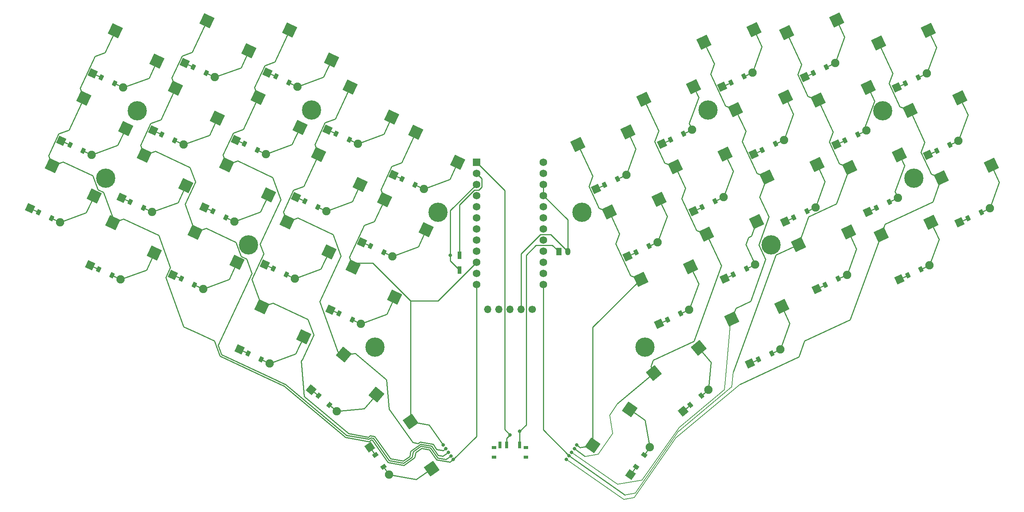
<source format=gbr>
%TF.GenerationSoftware,KiCad,Pcbnew,7.0.10*%
%TF.CreationDate,2024-01-18T08:47:23+01:00*%
%TF.ProjectId,turbo_go_2,74757262-6f5f-4676-9f5f-322e6b696361,v1.0.0*%
%TF.SameCoordinates,Original*%
%TF.FileFunction,Copper,L2,Bot*%
%TF.FilePolarity,Positive*%
%FSLAX46Y46*%
G04 Gerber Fmt 4.6, Leading zero omitted, Abs format (unit mm)*
G04 Created by KiCad (PCBNEW 7.0.10) date 2024-01-18 08:47:23*
%MOMM*%
%LPD*%
G01*
G04 APERTURE LIST*
G04 Aperture macros list*
%AMRotRect*
0 Rectangle, with rotation*
0 The origin of the aperture is its center*
0 $1 length*
0 $2 width*
0 $3 Rotation angle, in degrees counterclockwise*
0 Add horizontal line*
21,1,$1,$2,0,0,$3*%
G04 Aperture macros list end*
%TA.AperFunction,ComponentPad*%
%ADD10C,0.700000*%
%TD*%
%TA.AperFunction,ComponentPad*%
%ADD11C,4.400000*%
%TD*%
%TA.AperFunction,SMDPad,CuDef*%
%ADD12RotRect,2.600000X2.600000X25.000000*%
%TD*%
%TA.AperFunction,ComponentPad*%
%ADD13RotRect,1.778000X1.778000X335.000000*%
%TD*%
%TA.AperFunction,SMDPad,CuDef*%
%ADD14RotRect,0.900000X1.200000X335.000000*%
%TD*%
%TA.AperFunction,ComponentPad*%
%ADD15C,1.905000*%
%TD*%
%TA.AperFunction,SMDPad,CuDef*%
%ADD16RotRect,2.600000X2.600000X335.000000*%
%TD*%
%TA.AperFunction,ComponentPad*%
%ADD17RotRect,1.778000X1.778000X25.000000*%
%TD*%
%TA.AperFunction,SMDPad,CuDef*%
%ADD18RotRect,0.900000X1.200000X25.000000*%
%TD*%
%TA.AperFunction,ComponentPad*%
%ADD19R,1.752600X1.752600*%
%TD*%
%TA.AperFunction,ComponentPad*%
%ADD20C,1.752600*%
%TD*%
%TA.AperFunction,SMDPad,CuDef*%
%ADD21R,0.900000X1.700000*%
%TD*%
%TA.AperFunction,SMDPad,CuDef*%
%ADD22RotRect,2.600000X2.600000X40.000000*%
%TD*%
%TA.AperFunction,ComponentPad*%
%ADD23RotRect,1.778000X1.778000X305.000000*%
%TD*%
%TA.AperFunction,SMDPad,CuDef*%
%ADD24RotRect,0.900000X1.200000X305.000000*%
%TD*%
%TA.AperFunction,ComponentPad*%
%ADD25O,1.700000X1.700000*%
%TD*%
%TA.AperFunction,ComponentPad*%
%ADD26C,1.700000*%
%TD*%
%TA.AperFunction,SMDPad,CuDef*%
%ADD27RotRect,2.600000X2.600000X305.000000*%
%TD*%
%TA.AperFunction,SMDPad,CuDef*%
%ADD28RotRect,2.600000X2.600000X55.000000*%
%TD*%
%TA.AperFunction,ComponentPad*%
%ADD29R,1.200000X1.700000*%
%TD*%
%TA.AperFunction,ComponentPad*%
%ADD30O,1.200000X1.700000*%
%TD*%
%TA.AperFunction,SMDPad,CuDef*%
%ADD31RotRect,2.600000X2.600000X320.000000*%
%TD*%
%TA.AperFunction,ComponentPad*%
%ADD32RotRect,1.778000X1.778000X320.000000*%
%TD*%
%TA.AperFunction,SMDPad,CuDef*%
%ADD33RotRect,0.900000X1.200000X320.000000*%
%TD*%
%TA.AperFunction,ComponentPad*%
%ADD34RotRect,1.778000X1.778000X55.000000*%
%TD*%
%TA.AperFunction,SMDPad,CuDef*%
%ADD35RotRect,0.900000X1.200000X55.000000*%
%TD*%
%TA.AperFunction,SMDPad,CuDef*%
%ADD36R,1.000000X0.800000*%
%TD*%
%TA.AperFunction,SMDPad,CuDef*%
%ADD37R,0.700000X1.500000*%
%TD*%
%TA.AperFunction,ComponentPad*%
%ADD38RotRect,1.778000X1.778000X40.000000*%
%TD*%
%TA.AperFunction,SMDPad,CuDef*%
%ADD39RotRect,0.900000X1.200000X40.000000*%
%TD*%
%TA.AperFunction,ViaPad*%
%ADD40C,0.800000*%
%TD*%
%TA.AperFunction,Conductor*%
%ADD41C,0.250000*%
%TD*%
%TA.AperFunction,Conductor*%
%ADD42C,0.200000*%
%TD*%
G04 APERTURE END LIST*
D10*
%TO.P,_5,1*%
%TO.N,N/C*%
X142209773Y-124661613D03*
X143140848Y-123808440D03*
X142154688Y-125923266D03*
X144402501Y-123863525D03*
D11*
X143705181Y-125358933D03*
D10*
X143007861Y-126854341D03*
X145255674Y-124794600D03*
X144269514Y-126909426D03*
X145200589Y-126056253D03*
%TD*%
D12*
%TO.P,S44,1*%
%TO.N,P10*%
X244884235Y-130524696D03*
%TO.P,S44,2*%
%TO.N,mirror_ring_mod*%
X256281850Y-127637333D03*
%TD*%
D13*
%TO.P,D9,1*%
%TO.N,P18*%
X90382003Y-124216557D03*
D14*
X92339628Y-125129413D03*
%TO.P,D9,2*%
%TO.N,middle_bottom*%
X95330444Y-126524053D03*
D15*
X97288069Y-127436909D03*
%TD*%
D10*
%TO.P,_4,1*%
%TO.N,N/C*%
X99017231Y-132105052D03*
X99948306Y-131251879D03*
X98962146Y-133366705D03*
X101209959Y-131306964D03*
D11*
X100512639Y-132802372D03*
D10*
X99815319Y-134297780D03*
X102063132Y-132238039D03*
X101076972Y-134352865D03*
X102008047Y-133499692D03*
%TD*%
D16*
%TO.P,S10,1*%
%TO.N,P16*%
X102679062Y-99111354D03*
%TO.P,S10,2*%
%TO.N,middle_home*%
X112217156Y-105986472D03*
%TD*%
D17*
%TO.P,D23,1*%
%TO.N,P4*%
X248435835Y-96815416D03*
D18*
X250393460Y-95902560D03*
%TO.P,D23,2*%
%TO.N,mirror_pinky_top*%
X253384276Y-94507920D03*
D15*
X255341901Y-93595064D03*
%TD*%
D16*
%TO.P,S5,1*%
%TO.N,P9*%
X76645297Y-112349301D03*
%TO.P,S5,2*%
%TO.N,ring_bottom*%
X86183391Y-119224419D03*
%TD*%
%TO.P,S4,1*%
%TO.N,P10*%
X69460793Y-127756541D03*
%TO.P,S4,2*%
%TO.N,ring_mod*%
X78998887Y-134631659D03*
%TD*%
D12*
%TO.P,S23,1*%
%TO.N,P10*%
X244293036Y-86665250D03*
%TO.P,S23,2*%
%TO.N,mirror_pinky_top*%
X255690651Y-83777887D03*
%TD*%
%TO.P,S56,1*%
%TO.N,P14*%
X182842442Y-125250534D03*
%TO.P,S56,2*%
%TO.N,mirror_inner_home*%
X194240057Y-122363171D03*
%TD*%
D10*
%TO.P,_2,1*%
%TO.N,N/C*%
X66390154Y-116890794D03*
X67321229Y-116037621D03*
X66335069Y-118152447D03*
X68582882Y-116092706D03*
D11*
X67885562Y-117588114D03*
D10*
X67188242Y-119083522D03*
X69436055Y-117023781D03*
X68449895Y-119138607D03*
X69380970Y-118285434D03*
%TD*%
D17*
%TO.P,D51,1*%
%TO.N,P4*%
X208624239Y-96622443D03*
D18*
X210581864Y-95709587D03*
%TO.P,D51,2*%
%TO.N,mirror_middle_top*%
X213572680Y-94314947D03*
D15*
X215530305Y-93402091D03*
%TD*%
D17*
%TO.P,D46,1*%
%TO.N,P5*%
X234658006Y-109860394D03*
D18*
X236615631Y-108947538D03*
%TO.P,D46,2*%
%TO.N,mirror_ring_home*%
X239606447Y-107552898D03*
D15*
X241564072Y-106640042D03*
%TD*%
D16*
%TO.P,S6,1*%
%TO.N,P9*%
X83829816Y-96942070D03*
%TO.P,S6,2*%
%TO.N,ring_home*%
X93367910Y-103817188D03*
%TD*%
D17*
%TO.P,D47,1*%
%TO.N,P4*%
X227473487Y-94453158D03*
D18*
X229431112Y-93540302D03*
%TO.P,D47,2*%
%TO.N,mirror_ring_top*%
X232421928Y-92145662D03*
D15*
X234379553Y-91232806D03*
%TD*%
D16*
%TO.P,S73,1*%
%TO.N,P8*%
X116456895Y-112156329D03*
%TO.P,S73,2*%
%TO.N,index_home*%
X125994989Y-119031447D03*
%TD*%
D17*
%TO.P,D41,1*%
%TO.N,P6*%
X262804852Y-127629890D03*
D18*
X264762477Y-126717034D03*
%TO.P,D41,2*%
%TO.N,mirror_pinky_bottom*%
X267753293Y-125322394D03*
D15*
X269710918Y-124409538D03*
%TD*%
D10*
%TO.P,_12,1*%
%TO.N,N/C*%
X189449768Y-156870728D03*
X189394683Y-155609075D03*
X190380843Y-157723901D03*
X190247856Y-154678000D03*
D11*
X190945176Y-156173408D03*
D10*
X191642496Y-157668816D03*
X191509509Y-154622915D03*
X192495669Y-156737741D03*
X192440584Y-155476088D03*
%TD*%
D12*
%TO.P,S27,1*%
%TO.N,P9*%
X223330694Y-84302991D03*
%TO.P,S27,2*%
%TO.N,mirror_ring_top*%
X234728309Y-81415628D03*
%TD*%
D10*
%TO.P,_6,1*%
%TO.N,N/C*%
X127840751Y-155476085D03*
X128771826Y-154622912D03*
X127785666Y-156737738D03*
X130033479Y-154677997D03*
D11*
X129336159Y-156173405D03*
D10*
X128638839Y-157668813D03*
X130886652Y-155609072D03*
X129900492Y-157723898D03*
X130831567Y-156870725D03*
%TD*%
D17*
%TO.P,D32,1*%
%TO.N,P6*%
X209215425Y-140481884D03*
D18*
X211173050Y-139569028D03*
%TO.P,D32,2*%
%TO.N,mirror_index_bottom*%
X214163866Y-138174388D03*
D15*
X216121491Y-137261532D03*
%TD*%
D10*
%TO.P,_3,1*%
%TO.N,N/C*%
X113386250Y-101290589D03*
X114317325Y-100437416D03*
X113331165Y-102552242D03*
X115578978Y-100492501D03*
D11*
X114881658Y-101987909D03*
D10*
X114184338Y-103483317D03*
X116432151Y-101423576D03*
X115445991Y-103538402D03*
X116377066Y-102685229D03*
%TD*%
D12*
%TO.P,S53,1*%
%TO.N,P8*%
X197888131Y-114924474D03*
%TO.P,S53,2*%
%TO.N,mirror_index_home*%
X209285746Y-112037111D03*
%TD*%
D19*
%TO.P,MCU1,1*%
%TO.N,RAW*%
X152520659Y-113881757D03*
D20*
%TO.P,MCU1,2*%
%TO.N,GND*%
X152520659Y-116421757D03*
%TO.P,MCU1,3*%
%TO.N,RST*%
X152520659Y-118961757D03*
%TO.P,MCU1,4*%
%TO.N,VCC*%
X152520659Y-121501757D03*
%TO.P,MCU1,5*%
%TO.N,P21*%
X152520659Y-124041757D03*
%TO.P,MCU1,6*%
%TO.N,P20*%
X152520659Y-126581757D03*
%TO.P,MCU1,7*%
%TO.N,P19*%
X152520659Y-129121757D03*
%TO.P,MCU1,8*%
%TO.N,P18*%
X152520659Y-131661757D03*
%TO.P,MCU1,9*%
%TO.N,P15*%
X152520659Y-134201757D03*
%TO.P,MCU1,10*%
%TO.N,P14*%
X152520659Y-136741757D03*
%TO.P,MCU1,11*%
%TO.N,P16*%
X152520659Y-139281757D03*
%TO.P,MCU1,12*%
%TO.N,P10*%
X152520659Y-141821757D03*
%TO.P,MCU1,13*%
%TO.N,P1*%
X167760659Y-113881757D03*
%TO.P,MCU1,14*%
%TO.N,P0*%
X167760659Y-116421757D03*
%TO.P,MCU1,15*%
%TO.N,GND*%
X167760659Y-118961757D03*
%TO.P,MCU1,16*%
X167760659Y-121501757D03*
%TO.P,MCU1,17*%
%TO.N,P2*%
X167760659Y-124041757D03*
%TO.P,MCU1,18*%
%TO.N,P3*%
X167760659Y-126581757D03*
%TO.P,MCU1,19*%
%TO.N,P4*%
X167760659Y-129121757D03*
%TO.P,MCU1,20*%
%TO.N,P5*%
X167760659Y-131661757D03*
%TO.P,MCU1,21*%
%TO.N,P6*%
X167760659Y-134201757D03*
%TO.P,MCU1,22*%
%TO.N,P7*%
X167760659Y-136741757D03*
%TO.P,MCU1,23*%
%TO.N,P8*%
X167760659Y-139281757D03*
%TO.P,MCU1,24*%
%TO.N,P9*%
X167760659Y-141821757D03*
%TD*%
D13*
%TO.P,D14,1*%
%TO.N,P20*%
X118528853Y-106447062D03*
D14*
X120486478Y-107359918D03*
%TO.P,D14,2*%
%TO.N,index_top*%
X123477294Y-108754558D03*
D15*
X125434919Y-109667414D03*
%TD*%
D21*
%TO.P,,1*%
%TO.N,RST*%
X148640664Y-138551757D03*
%TO.P,,2*%
%TO.N,GND*%
X148640664Y-135151757D03*
%TD*%
D12*
%TO.P,S55,1*%
%TO.N,P14*%
X190026949Y-140657760D03*
%TO.P,S55,2*%
%TO.N,mirror_inner_bottom*%
X201424564Y-137770397D03*
%TD*%
D22*
%TO.P,S39,1*%
%TO.N,P8*%
X193032816Y-162062235D03*
%TO.P,S39,2*%
%TO.N,mirror_home_cluster*%
X203294762Y-156323336D03*
%TD*%
D23*
%TO.P,D20,1*%
%TO.N,P15*%
X128189722Y-179055414D03*
D24*
X129428647Y-180824782D03*
%TO.P,D20,2*%
%TO.N,far_cluster*%
X131321449Y-183527984D03*
D15*
X132560374Y-185297352D03*
%TD*%
D13*
%TO.P,D15,1*%
%TO.N,P18*%
X119205520Y-147587586D03*
D14*
X121163145Y-148500442D03*
%TO.P,D15,2*%
%TO.N,inner_bottom*%
X124153961Y-149895082D03*
D15*
X126111586Y-150807938D03*
%TD*%
D16*
%TO.P,S18,1*%
%TO.N,P16*%
X103538941Y-146957574D03*
%TO.P,S18,2*%
%TO.N,near_cluster*%
X113077035Y-153832692D03*
%TD*%
D13*
%TO.P,D64,1*%
%TO.N,P15*%
X64348247Y-137454510D03*
D14*
X66305872Y-138367366D03*
%TO.P,D64,2*%
%TO.N,ring_mod*%
X69296688Y-139762006D03*
D15*
X71254313Y-140674862D03*
%TD*%
D12*
%TO.P,S46,1*%
%TO.N,P9*%
X230515206Y-99710219D03*
%TO.P,S46,2*%
%TO.N,mirror_ring_home*%
X241912821Y-96822856D03*
%TD*%
D10*
%TO.P,_10,1*%
%TO.N,N/C*%
X218273287Y-133499694D03*
X218218202Y-132238041D03*
X219204362Y-134352867D03*
X219071375Y-131306966D03*
D11*
X219768695Y-132802374D03*
D10*
X220466015Y-134297782D03*
X220333028Y-131251881D03*
X221319188Y-133366707D03*
X221264103Y-132105054D03*
%TD*%
D13*
%TO.P,D71,1*%
%TO.N,P20*%
X104751029Y-93402083D03*
D14*
X106708654Y-94314939D03*
%TO.P,D71,2*%
%TO.N,middle_top*%
X109699470Y-95709579D03*
D15*
X111657095Y-96622435D03*
%TD*%
D16*
%TO.P,S74,1*%
%TO.N,P8*%
X123641397Y-96749099D03*
%TO.P,S74,2*%
%TO.N,index_top*%
X133179491Y-103624217D03*
%TD*%
D25*
%TO.P,DISP1,1*%
%TO.N,P2*%
X155060664Y-147551749D03*
%TO.P,DISP1,2*%
%TO.N,P3*%
X157600664Y-147551749D03*
%TO.P,DISP1,3*%
%TO.N,VCC*%
X160140664Y-147551749D03*
%TO.P,DISP1,4*%
%TO.N,GND*%
X162680664Y-147551749D03*
D26*
%TO.P,DISP1,5*%
%TO.N,CS*%
X165220664Y-147551749D03*
%TD*%
D17*
%TO.P,D38,1*%
%TO.N,P7*%
X214948874Y-159875893D03*
D18*
X216906499Y-158963037D03*
%TO.P,D38,2*%
%TO.N,mirror_near_cluster*%
X219897315Y-157568397D03*
D15*
X221854940Y-156655541D03*
%TD*%
D16*
%TO.P,S72,1*%
%TO.N,P8*%
X109272380Y-127563560D03*
%TO.P,S72,2*%
%TO.N,index_bottom*%
X118810474Y-134438678D03*
%TD*%
D10*
%TO.P,_11,1*%
%TO.N,N/C*%
X175080742Y-126056259D03*
X175025657Y-124794606D03*
X176011817Y-126909432D03*
X175878830Y-123863531D03*
D11*
X176576150Y-125358939D03*
D10*
X177273470Y-126854347D03*
X177140483Y-123808446D03*
X178126643Y-125923272D03*
X178071558Y-124661619D03*
%TD*%
D17*
%TO.P,D22,1*%
%TO.N,P5*%
X255620345Y-112222654D03*
D18*
X257577970Y-111309798D03*
%TO.P,D22,2*%
%TO.N,mirror_pinky_home*%
X260568786Y-109915158D03*
D15*
X262526411Y-109002302D03*
%TD*%
D17*
%TO.P,D50,1*%
%TO.N,P5*%
X215808756Y-112029680D03*
D18*
X217766381Y-111116824D03*
%TO.P,D50,2*%
%TO.N,mirror_middle_home*%
X220757197Y-109722184D03*
D15*
X222714822Y-108809328D03*
%TD*%
D10*
%TO.P,_1,1*%
%TO.N,N/C*%
X73574671Y-101483561D03*
X74505746Y-100630388D03*
X73519586Y-102745214D03*
X75767399Y-100685473D03*
D11*
X75070079Y-102180881D03*
D10*
X74372759Y-103676289D03*
X76620572Y-101616548D03*
X75634412Y-103731374D03*
X76565487Y-102878201D03*
%TD*%
D27*
%TO.P,S80,1*%
%TO.N,P14*%
X137466307Y-173213005D03*
%TO.P,S80,2*%
%TO.N,far_cluster*%
X142288980Y-183936080D03*
%TD*%
D17*
%TO.P,D44,1*%
%TO.N,P7*%
X249027026Y-140674860D03*
D18*
X250984651Y-139762004D03*
%TO.P,D44,2*%
%TO.N,mirror_ring_mod*%
X253975467Y-138367364D03*
D15*
X255933092Y-137454508D03*
%TD*%
D12*
%TO.P,S48,1*%
%TO.N,P9*%
X226034979Y-132693967D03*
%TO.P,S48,2*%
%TO.N,mirror_middle_mod*%
X237432594Y-129806604D03*
%TD*%
D13*
%TO.P,D78,1*%
%TO.N,P15*%
X98426389Y-156655541D03*
D14*
X100384014Y-157568397D03*
%TO.P,D78,2*%
%TO.N,near_cluster*%
X103374830Y-158963037D03*
D15*
X105332455Y-159875893D03*
%TD*%
D16*
%TO.P,S67,1*%
%TO.N,P9*%
X91014309Y-81534842D03*
%TO.P,S67,2*%
%TO.N,ring_top*%
X100552403Y-88409960D03*
%TD*%
%TO.P,S3,1*%
%TO.N,P10*%
X70051968Y-83897098D03*
%TO.P,S3,2*%
%TO.N,pinky_top*%
X79590062Y-90772216D03*
%TD*%
D12*
%TO.P,S31,1*%
%TO.N,P16*%
X204481446Y-86472272D03*
%TO.P,S31,2*%
%TO.N,mirror_middle_top*%
X215879061Y-83584909D03*
%TD*%
D17*
%TO.P,D49,1*%
%TO.N,P6*%
X222993264Y-127436908D03*
D18*
X224950889Y-126524052D03*
%TO.P,D49,2*%
%TO.N,mirror_middle_bottom*%
X227941705Y-125129412D03*
D15*
X229899330Y-124216556D03*
%TD*%
D12*
%TO.P,S58,1*%
%TO.N,P16*%
X210806079Y-149725728D03*
%TO.P,S58,2*%
%TO.N,mirror_near_cluster*%
X222203694Y-146838365D03*
%TD*%
%TO.P,S45,1*%
%TO.N,P9*%
X237699713Y-115117454D03*
%TO.P,S45,2*%
%TO.N,mirror_ring_bottom*%
X249097328Y-112230091D03*
%TD*%
D10*
%TO.P,_8,1*%
%TO.N,N/C*%
X250900361Y-118285426D03*
X250845276Y-117023773D03*
X251831436Y-119138599D03*
X251698449Y-116092698D03*
D11*
X252395769Y-117588106D03*
D10*
X253093089Y-119083514D03*
X252960102Y-116037613D03*
X253946262Y-118152439D03*
X253891177Y-116890786D03*
%TD*%
D17*
%TO.P,D33,1*%
%TO.N,P5*%
X202030912Y-125074647D03*
D18*
X203988537Y-124161791D03*
%TO.P,D33,2*%
%TO.N,mirror_index_home*%
X206979353Y-122767151D03*
D15*
X208936978Y-121854295D03*
%TD*%
D12*
%TO.P,S32,1*%
%TO.N,P8*%
X205072638Y-130331707D03*
%TO.P,S32,2*%
%TO.N,mirror_index_bottom*%
X216470253Y-127444344D03*
%TD*%
D28*
%TO.P,S60,1*%
%TO.N,P14*%
X179058106Y-178578450D03*
%TO.P,S60,2*%
%TO.N,mirror_far_cluster*%
X187485048Y-170379112D03*
%TD*%
D13*
%TO.P,D70,1*%
%TO.N,P19*%
X97566520Y-108809324D03*
D14*
X99524145Y-109722180D03*
%TO.P,D70,2*%
%TO.N,middle_home*%
X102514961Y-111116820D03*
D15*
X104472586Y-112029676D03*
%TD*%
D12*
%TO.P,S57,1*%
%TO.N,P14*%
X175657934Y-109843303D03*
%TO.P,S57,2*%
%TO.N,mirror_inner_top*%
X187055549Y-106955940D03*
%TD*%
D16*
%TO.P,S71,1*%
%TO.N,P16*%
X109863563Y-83704120D03*
%TO.P,S71,2*%
%TO.N,middle_top*%
X119401657Y-90579238D03*
%TD*%
D17*
%TO.P,D37,1*%
%TO.N,P4*%
X179800724Y-119993471D03*
D18*
X181758349Y-119080615D03*
%TO.P,D37,2*%
%TO.N,mirror_inner_top*%
X184749165Y-117685975D03*
D15*
X186706790Y-116773119D03*
%TD*%
D13*
%TO.P,D61,1*%
%TO.N,P18*%
X50570422Y-124409534D03*
D14*
X52528047Y-125322390D03*
%TO.P,D61,2*%
%TO.N,pinky_bottom*%
X55518863Y-126717030D03*
D15*
X57476488Y-127629886D03*
%TD*%
D17*
%TO.P,D28,1*%
%TO.N,P7*%
X230177770Y-142844149D03*
D18*
X232135395Y-141931293D03*
%TO.P,D28,2*%
%TO.N,mirror_middle_mod*%
X235126211Y-140536653D03*
D15*
X237083836Y-139623797D03*
%TD*%
D16*
%TO.P,S2,1*%
%TO.N,P10*%
X62867470Y-99304328D03*
%TO.P,S2,2*%
%TO.N,pinky_home*%
X72405564Y-106179446D03*
%TD*%
D13*
%TO.P,D65,1*%
%TO.N,P18*%
X71532755Y-122047277D03*
D14*
X73490380Y-122960133D03*
%TO.P,D65,2*%
%TO.N,ring_bottom*%
X76481196Y-124354773D03*
D15*
X78438821Y-125267629D03*
%TD*%
D16*
%TO.P,S8,1*%
%TO.N,P9*%
X88310042Y-129925818D03*
%TO.P,S8,2*%
%TO.N,middle_mod*%
X97848136Y-136800936D03*
%TD*%
D12*
%TO.P,S34,1*%
%TO.N,P8*%
X190703619Y-99517239D03*
%TO.P,S34,2*%
%TO.N,mirror_index_top*%
X202101234Y-96629876D03*
%TD*%
D29*
%TO.P,JST1,1*%
%TO.N,pos*%
X171340664Y-134351753D03*
D30*
%TO.P,JST1,2*%
%TO.N,GND*%
X173340664Y-134351753D03*
%TD*%
D13*
%TO.P,D16,1*%
%TO.N,P19*%
X126390037Y-132180353D03*
D14*
X128347662Y-133093209D03*
%TO.P,D16,2*%
%TO.N,inner_home*%
X131338478Y-134487849D03*
D15*
X133296103Y-135400705D03*
%TD*%
D13*
%TO.P,D67,1*%
%TO.N,P20*%
X85901780Y-91232811D03*
D14*
X87859405Y-92145667D03*
%TO.P,D67,2*%
%TO.N,ring_top*%
X90850221Y-93540307D03*
D15*
X92807846Y-94453163D03*
%TD*%
D16*
%TO.P,S68,1*%
%TO.N,P9*%
X88310042Y-129925818D03*
%TO.P,S68,2*%
%TO.N,middle_mod*%
X97848136Y-136800936D03*
%TD*%
D13*
%TO.P,D62,1*%
%TO.N,P19*%
X57754933Y-109002291D03*
D14*
X59712558Y-109915147D03*
%TO.P,D62,2*%
%TO.N,pinky_home*%
X62703374Y-111309787D03*
D15*
X64660999Y-112222643D03*
%TD*%
D16*
%TO.P,S15,1*%
%TO.N,P14*%
X124318064Y-137889613D03*
%TO.P,S15,2*%
%TO.N,inner_bottom*%
X133856158Y-144764731D03*
%TD*%
%TO.P,S77,1*%
%TO.N,P14*%
X138687089Y-107075154D03*
%TO.P,S77,2*%
%TO.N,inner_top*%
X148225183Y-113950272D03*
%TD*%
D12*
%TO.P,S41,1*%
%TO.N,P10*%
X258662063Y-117479719D03*
%TO.P,S41,2*%
%TO.N,mirror_pinky_bottom*%
X270059678Y-114592356D03*
%TD*%
D13*
%TO.P,D13,1*%
%TO.N,P19*%
X111344353Y-121854304D03*
D14*
X113301978Y-122767160D03*
%TO.P,D13,2*%
%TO.N,index_home*%
X116292794Y-124161800D03*
D15*
X118250419Y-125074656D03*
%TD*%
D16*
%TO.P,S9,1*%
%TO.N,P16*%
X95494546Y-114518589D03*
%TO.P,S9,2*%
%TO.N,middle_bottom*%
X105032640Y-121393707D03*
%TD*%
D12*
%TO.P,S42,1*%
%TO.N,P10*%
X251477542Y-102072476D03*
%TO.P,S42,2*%
%TO.N,mirror_pinky_home*%
X262875157Y-99185113D03*
%TD*%
D31*
%TO.P,S19,1*%
%TO.N,P8*%
X122230921Y-157851972D03*
%TO.P,S19,2*%
%TO.N,home_cluster*%
X129664601Y-166961467D03*
%TD*%
D17*
%TO.P,D55,1*%
%TO.N,P6*%
X194169745Y-150807937D03*
D18*
X196127370Y-149895081D03*
%TO.P,D55,2*%
%TO.N,mirror_inner_bottom*%
X199118186Y-148500441D03*
D15*
X201075811Y-147587585D03*
%TD*%
D32*
%TO.P,D79,1*%
%TO.N,P15*%
X114782559Y-165896266D03*
D33*
X116437215Y-167284687D03*
%TO.P,D79,2*%
%TO.N,home_cluster*%
X118965161Y-169405887D03*
D15*
X120619817Y-170794308D03*
%TD*%
D12*
%TO.P,S29,1*%
%TO.N,P16*%
X218850464Y-117286731D03*
%TO.P,S29,2*%
%TO.N,mirror_middle_bottom*%
X230248079Y-114399368D03*
%TD*%
D13*
%TO.P,D77,1*%
%TO.N,P20*%
X133574543Y-116773116D03*
D14*
X135532168Y-117685972D03*
%TO.P,D77,2*%
%TO.N,inner_top*%
X138522984Y-119080612D03*
D15*
X140480609Y-119993468D03*
%TD*%
D32*
%TO.P,D19,1*%
%TO.N,P15*%
X114782559Y-165896266D03*
D33*
X116437215Y-167284687D03*
%TO.P,D19,2*%
%TO.N,home_cluster*%
X118965161Y-169405887D03*
D15*
X120619817Y-170794308D03*
%TD*%
D10*
%TO.P,_7,1*%
%TO.N,N/C*%
X243715850Y-102878197D03*
X243660765Y-101616544D03*
X244646925Y-103731370D03*
X244513938Y-100685469D03*
D11*
X245211258Y-102180877D03*
D10*
X245908578Y-103676285D03*
X245775591Y-100630384D03*
X246761751Y-102745210D03*
X246706666Y-101483557D03*
%TD*%
D34*
%TO.P,D60,1*%
%TO.N,P7*%
X187720954Y-185297358D03*
D35*
X188959879Y-183527990D03*
%TO.P,D60,2*%
%TO.N,mirror_far_cluster*%
X190852681Y-180824788D03*
D15*
X192091606Y-179055420D03*
%TD*%
D17*
%TO.P,D25,1*%
%TO.N,P6*%
X241842513Y-125267628D03*
D18*
X243800138Y-124354772D03*
%TO.P,D25,2*%
%TO.N,mirror_ring_bottom*%
X246790954Y-122960132D03*
D15*
X248748579Y-122047276D03*
%TD*%
D13*
%TO.P,D3,1*%
%TO.N,P20*%
X64939442Y-93595066D03*
D14*
X66897067Y-94507922D03*
%TO.P,D3,2*%
%TO.N,pinky_top*%
X69887883Y-95902562D03*
D15*
X71845508Y-96815418D03*
%TD*%
D17*
%TO.P,D54,1*%
%TO.N,P4*%
X194846413Y-109667415D03*
D18*
X196804038Y-108754559D03*
%TO.P,D54,2*%
%TO.N,mirror_index_top*%
X199794854Y-107359919D03*
D15*
X201752479Y-106447063D03*
%TD*%
D12*
%TO.P,S52,1*%
%TO.N,P8*%
X205072638Y-130331707D03*
%TO.P,S52,2*%
%TO.N,mirror_index_bottom*%
X216470253Y-127444344D03*
%TD*%
D13*
%TO.P,D12,1*%
%TO.N,P18*%
X104159838Y-137261531D03*
D14*
X106117463Y-138174387D03*
%TO.P,D12,2*%
%TO.N,index_bottom*%
X109108279Y-139569027D03*
D15*
X111065904Y-140481883D03*
%TD*%
D17*
%TO.P,D56,1*%
%TO.N,P5*%
X186985235Y-135400710D03*
D18*
X188942860Y-134487854D03*
%TO.P,D56,2*%
%TO.N,mirror_inner_home*%
X191933676Y-133093214D03*
D15*
X193891301Y-132180358D03*
%TD*%
D16*
%TO.P,S61,1*%
%TO.N,P10*%
X55682963Y-114711558D03*
%TO.P,S61,2*%
%TO.N,pinky_bottom*%
X65221057Y-121586676D03*
%TD*%
D12*
%TO.P,S30,1*%
%TO.N,P16*%
X211665956Y-101879501D03*
%TO.P,S30,2*%
%TO.N,mirror_middle_home*%
X223063571Y-98992138D03*
%TD*%
D36*
%TO.P,,*%
%TO.N,*%
X156490670Y-179128508D03*
X156490670Y-181338508D03*
X163790670Y-179128508D03*
X163790670Y-181338508D03*
D37*
%TO.P,,1*%
%TO.N,pos*%
X162390670Y-178478508D03*
%TO.P,,2*%
%TO.N,RAW*%
X159390670Y-178478508D03*
%TO.P,,3*%
%TO.N,N/C*%
X157890670Y-178478508D03*
%TD*%
D16*
%TO.P,S16,1*%
%TO.N,P14*%
X131502570Y-122482388D03*
%TO.P,S16,2*%
%TO.N,inner_home*%
X141040664Y-129357506D03*
%TD*%
D10*
%TO.P,_9,1*%
%TO.N,N/C*%
X203904256Y-102685236D03*
X203849171Y-101423583D03*
X204835331Y-103538409D03*
X204702344Y-100492508D03*
D11*
X205399664Y-101987916D03*
D10*
X206096984Y-103483324D03*
X205963997Y-100437423D03*
X206950157Y-102552249D03*
X206895072Y-101290596D03*
%TD*%
D13*
%TO.P,D66,1*%
%TO.N,P19*%
X78717267Y-106640044D03*
D14*
X80674892Y-107552900D03*
%TO.P,D66,2*%
%TO.N,ring_home*%
X83665708Y-108947540D03*
D15*
X85623333Y-109860396D03*
%TD*%
D17*
%TO.P,D34,1*%
%TO.N,P4*%
X194846413Y-109667415D03*
D18*
X196804038Y-108754559D03*
%TO.P,D34,2*%
%TO.N,mirror_index_top*%
X199794854Y-107359919D03*
D15*
X201752479Y-106447063D03*
%TD*%
D17*
%TO.P,D48,1*%
%TO.N,P7*%
X230177770Y-142844149D03*
D18*
X232135395Y-141931293D03*
%TO.P,D48,2*%
%TO.N,mirror_middle_mod*%
X235126211Y-140536653D03*
D15*
X237083836Y-139623797D03*
%TD*%
D13*
%TO.P,D8,1*%
%TO.N,P15*%
X83197494Y-139623794D03*
D14*
X85155119Y-140536650D03*
%TO.P,D8,2*%
%TO.N,middle_mod*%
X88145935Y-141931290D03*
D15*
X90103560Y-142844146D03*
%TD*%
D38*
%TO.P,D59,1*%
%TO.N,P7*%
X199661508Y-170794309D03*
D39*
X201316164Y-169405888D03*
%TO.P,D59,2*%
%TO.N,mirror_home_cluster*%
X203844110Y-167284688D03*
D15*
X205498766Y-165896267D03*
%TD*%
D40*
%TO.N,P10*%
X173058589Y-181783652D03*
X147245558Y-181834293D03*
%TO.N,P9*%
X173655627Y-180981440D03*
X146671985Y-181015143D03*
%TO.N,P16*%
X174238272Y-180168708D03*
X146098405Y-180195994D03*
%TO.N,P8*%
X174858593Y-179383659D03*
X145524833Y-179376834D03*
%TO.N,P14*%
X144951249Y-178557687D03*
X175413291Y-178551608D03*
%TO.N,RAW*%
X160183079Y-176202800D03*
%TO.N,RST*%
X146563189Y-135170535D03*
%TO.N,pos*%
X162383077Y-175402802D03*
%TD*%
D41*
%TO.N,P10*%
X54832231Y-112374204D02*
X55682962Y-114711564D01*
X135956726Y-183146639D02*
X132335629Y-182508148D01*
X249153255Y-101226505D02*
X251477544Y-102072475D01*
X81584181Y-140210997D02*
X85695580Y-151506972D01*
X152520656Y-141821758D02*
X152520660Y-176559196D01*
X64905923Y-116943462D02*
X66090961Y-120199339D01*
X254852996Y-109311164D02*
X254007027Y-111635459D01*
X105160976Y-163452619D02*
X108604948Y-165058573D01*
X85695580Y-151506972D02*
X88858673Y-152981949D01*
X59492023Y-106543005D02*
X57154671Y-107393733D01*
X62016739Y-96966973D02*
X62867471Y-99304326D01*
X244293039Y-86665249D02*
X247515503Y-93575840D01*
X152520660Y-176559196D02*
X147245558Y-181834293D01*
D42*
X188513426Y-190538867D02*
X186155979Y-190954547D01*
D41*
X143362402Y-181867610D02*
X141766579Y-179588548D01*
X128768800Y-177414181D02*
X128487856Y-177364639D01*
D42*
X212742246Y-164613158D02*
X212727969Y-164611909D01*
D41*
X82636529Y-137954210D02*
X81584181Y-140210997D01*
D42*
X212727969Y-164611909D02*
X198034800Y-176940946D01*
D41*
X147245558Y-181834293D02*
X146426403Y-182407872D01*
X122513743Y-176767415D02*
X122449258Y-176675335D01*
X65407694Y-89695068D02*
X62016739Y-96966973D01*
X79952583Y-130580104D02*
X82636529Y-137954210D01*
X128487856Y-177364639D02*
X127967428Y-177729049D01*
X244884231Y-130524686D02*
X237842884Y-149870605D01*
X139971257Y-179271973D02*
X138628147Y-180212431D01*
X69460790Y-127756542D02*
X71952527Y-126849619D01*
D42*
X198034800Y-176940946D02*
X188513426Y-190538867D01*
X186155979Y-190954547D02*
X173058589Y-181783652D01*
D41*
X57154671Y-107393733D02*
X54832231Y-112374204D01*
X67380563Y-120800688D02*
X69714360Y-127212752D01*
X246669534Y-95900147D02*
X249153255Y-101226505D01*
X62867471Y-99304326D02*
X59492023Y-106543005D01*
X108604948Y-165058573D02*
X122449258Y-176675335D01*
X55682962Y-114711564D02*
X58174697Y-113804647D01*
X226094591Y-158386862D02*
X212742246Y-164613158D01*
X71952527Y-126849619D02*
X79952583Y-130580104D01*
X227426325Y-154727931D02*
X226094591Y-158386862D01*
X254007027Y-111635459D02*
X256337770Y-116633742D01*
X93922768Y-158212154D02*
X105160976Y-163452619D01*
X247515503Y-93575840D02*
X246669534Y-95900147D01*
X70051973Y-83897099D02*
X67745040Y-88844352D01*
X69714360Y-127212752D02*
X69460790Y-127756542D01*
X66090961Y-120199339D02*
X67380563Y-120800688D01*
X146426403Y-182407872D02*
X143362402Y-181867610D01*
X138414177Y-181425911D02*
X135956726Y-183146639D01*
X138628147Y-180212431D02*
X138414177Y-181425911D01*
X58174697Y-113804647D02*
X64905923Y-116943462D01*
X258662057Y-117479721D02*
X256666836Y-122961531D01*
X127967428Y-177729049D02*
X122513743Y-176767415D01*
X92665165Y-154756951D02*
X93922768Y-158212154D01*
X251477544Y-102072475D02*
X254852996Y-109311164D01*
X147245558Y-181834293D02*
X147360273Y-181998123D01*
X256337770Y-116633742D02*
X258662057Y-117479721D01*
X67745040Y-88844352D02*
X65407694Y-89695068D01*
X132335629Y-182508148D02*
X128768800Y-177414181D01*
X141766579Y-179588548D02*
X139971257Y-179271973D01*
X245791147Y-128032947D02*
X244884231Y-130524686D01*
X256666836Y-122961531D02*
X245791147Y-128032947D01*
X88858673Y-152981949D02*
X92665165Y-154756951D01*
X237842884Y-149870605D02*
X227426325Y-154727931D01*
%TO.N,pinky_bottom*%
X65221052Y-121586682D02*
X63410137Y-125470206D01*
X57476485Y-127629882D02*
X55518853Y-126717028D01*
X63410137Y-125470206D02*
X57476485Y-127629882D01*
%TO.N,pinky_home*%
X70594652Y-110062968D02*
X64660988Y-112222649D01*
X64660988Y-112222649D02*
X62703368Y-111309798D01*
X72405571Y-106179448D02*
X70594652Y-110062968D01*
%TO.N,pinky_top*%
X79590070Y-90772220D02*
X77779149Y-94655751D01*
X77779149Y-94655751D02*
X71845498Y-96815413D01*
X71845498Y-96815413D02*
X69887872Y-95902563D01*
%TO.N,ring_mod*%
X77187962Y-138515178D02*
X71254313Y-140674854D01*
X71254313Y-140674854D02*
X69296690Y-139762003D01*
X78998884Y-134631651D02*
X77187962Y-138515178D01*
%TO.N,P9*%
X90801781Y-129018902D02*
X97602810Y-132190273D01*
X85976237Y-123513746D02*
X88342894Y-118438434D01*
X122785833Y-176297303D02*
X122765844Y-176268764D01*
D42*
X188759346Y-189490286D02*
X186401320Y-189906070D01*
D41*
X93514546Y-155774884D02*
X94007039Y-157127998D01*
X228190920Y-98864254D02*
X230515208Y-99710230D01*
X220841832Y-135115570D02*
X211114423Y-161841412D01*
X137828405Y-181286721D02*
X135851302Y-182671105D01*
D42*
X197707135Y-176711509D02*
X188759346Y-189490286D01*
D41*
X233044680Y-109273192D02*
X235375429Y-114271487D01*
X237699711Y-115117463D02*
X234687532Y-123393333D01*
X173655627Y-180981440D02*
X186401320Y-189906070D01*
X94007039Y-157127998D02*
X94281866Y-157883090D01*
X105351154Y-163044779D02*
X108749813Y-164629600D01*
X87638864Y-88773524D02*
X85314581Y-89619495D01*
X108768038Y-164628006D02*
X108749813Y-164629600D01*
X97602810Y-132190273D02*
X98787854Y-135446140D01*
X78130064Y-105026724D02*
X75799329Y-110025014D01*
D42*
X210820389Y-165202237D02*
X198677887Y-175391006D01*
D41*
X88342894Y-118438434D02*
X87128398Y-115101611D01*
X226034980Y-132693973D02*
X220841832Y-135115570D01*
D42*
X198625275Y-175400279D02*
X197707152Y-176711502D01*
D41*
X138042376Y-180073251D02*
X137828405Y-181286721D01*
X80454361Y-104180747D02*
X78130064Y-105026724D01*
X94281866Y-157883090D02*
X105351154Y-163044779D01*
X230515208Y-99710230D02*
X233890662Y-106948904D01*
X234687532Y-123393333D02*
X228343387Y-126351665D01*
D42*
X211114423Y-161841412D02*
X210820389Y-165202237D01*
D41*
X146671985Y-181015143D02*
X145554985Y-181797281D01*
X79217988Y-111412923D02*
X76645302Y-112349300D01*
X88310043Y-129925824D02*
X90801781Y-129018902D01*
X228343387Y-126351665D02*
X226034980Y-132693973D01*
X135851302Y-182671105D02*
X132597332Y-182097346D01*
X83829812Y-96942066D02*
X80454361Y-104180747D01*
X87128398Y-115101611D02*
X79217988Y-111412923D01*
X127931769Y-177204678D02*
X122785833Y-176297303D01*
X226706149Y-91541677D02*
X225860175Y-93865968D01*
X88310043Y-129925824D02*
X85976237Y-123513746D01*
X91014324Y-81534841D02*
X87638864Y-88773524D01*
D42*
X197707152Y-176711502D02*
X197707135Y-176711509D01*
D41*
X223330690Y-84302987D02*
X226706149Y-91541677D01*
X101200496Y-139292305D02*
X93514546Y-155774884D01*
X128382434Y-176889107D02*
X127931769Y-177204678D01*
X82983842Y-94617779D02*
X83829812Y-96942066D01*
X108749813Y-164629600D02*
X108795127Y-164650729D01*
X139865835Y-178796445D02*
X138042376Y-180073251D01*
X143624101Y-181456807D02*
X142028288Y-179177748D01*
X233890662Y-106948904D02*
X233044680Y-109273192D01*
X145554985Y-181797281D02*
X143624101Y-181456807D01*
X129030507Y-177003381D02*
X128382434Y-176889107D01*
X122765844Y-176268764D02*
X108881132Y-164618108D01*
X98787854Y-135446140D02*
X100007639Y-136014946D01*
X132597332Y-182097346D02*
X129030507Y-177003381D01*
X225860175Y-93865968D02*
X228190920Y-98864254D01*
X75799329Y-110025014D02*
X76645302Y-112349300D01*
X108795127Y-164650729D02*
X108768038Y-164628006D01*
D42*
X198677887Y-175391006D02*
X198625275Y-175400279D01*
D41*
X85314581Y-89619495D02*
X82983842Y-94617779D01*
X108881132Y-164618108D02*
X108749813Y-164629600D01*
X167760658Y-175086471D02*
X173655627Y-180981440D01*
X167760657Y-141821760D02*
X167760658Y-175086471D01*
X235375429Y-114271487D02*
X237699711Y-115117463D01*
X100007639Y-136014946D02*
X101200496Y-139292305D01*
X142028288Y-179177748D02*
X139865835Y-178796445D01*
%TO.N,ring_bottom*%
X78438822Y-125267630D02*
X76481201Y-124354775D01*
X86183395Y-119224422D02*
X84372471Y-123107965D01*
X84372471Y-123107965D02*
X78438822Y-125267630D01*
%TO.N,ring_home*%
X91556994Y-107700717D02*
X85623335Y-109860391D01*
X85623335Y-109860391D02*
X83665706Y-108947541D01*
X93367906Y-103817191D02*
X91556994Y-107700717D01*
%TO.N,ring_top*%
X92807844Y-94453163D02*
X90850217Y-93540304D01*
X100552419Y-88409961D02*
X98741500Y-92293496D01*
X98741500Y-92293496D02*
X92807844Y-94453163D01*
%TO.N,middle_mod*%
X96037211Y-140684474D02*
X90103560Y-142844142D01*
X90103560Y-142844142D02*
X88145932Y-141931284D01*
X97848136Y-136800935D02*
X96037211Y-140684474D01*
%TO.N,P16*%
X132859047Y-181686550D02*
X135745869Y-182195579D01*
X123295923Y-175930310D02*
X127826341Y-176729147D01*
X94648579Y-112194298D02*
X95494542Y-114518595D01*
X215072313Y-145667520D02*
X218539592Y-136141227D01*
X210806082Y-149725720D02*
X211713002Y-147233991D01*
X103940169Y-134836796D02*
X101237141Y-140633446D01*
X139760409Y-178320917D02*
X142289992Y-178766958D01*
X113195525Y-167455067D02*
X123295923Y-175930310D01*
X102679073Y-99111359D02*
X99303610Y-106350031D01*
X103121727Y-132588155D02*
X103940169Y-134836796D01*
X218539592Y-136141227D02*
X216973119Y-132781912D01*
X101833082Y-96787068D02*
X102679073Y-99111359D01*
X109863573Y-83704122D02*
X106488119Y-90942800D01*
X137266009Y-181131172D02*
X137479978Y-179917698D01*
X99303610Y-106350031D02*
X96979316Y-107196008D01*
X143753495Y-180857053D02*
X144872514Y-181054369D01*
D42*
X198649632Y-174668110D02*
X198683120Y-174662205D01*
D41*
X106030667Y-146050652D02*
X114051504Y-149790829D01*
D42*
X209123783Y-165901451D02*
X209247039Y-164492616D01*
D41*
X137479978Y-179917698D02*
X139760409Y-178320917D01*
X211713002Y-147233991D02*
X215072313Y-145667520D01*
X103538941Y-146957575D02*
X106030667Y-146050652D01*
X135745869Y-182195579D02*
X137266009Y-181131172D01*
X112485387Y-159338205D02*
X113195525Y-167455067D01*
X219294393Y-126404263D02*
X217181299Y-121872723D01*
D42*
X210509567Y-149974532D02*
X210806079Y-149725727D01*
D41*
X218850468Y-117286738D02*
X216526175Y-116440760D01*
X129292209Y-176592590D02*
X132859047Y-181686550D01*
D42*
X209247039Y-164492616D02*
X209240120Y-164484371D01*
D41*
X217181299Y-121872723D02*
X218850468Y-117286738D01*
D42*
X174238272Y-180168708D02*
X184749498Y-187528746D01*
D41*
X209341657Y-101033520D02*
X205942416Y-93743815D01*
X114051504Y-149790829D02*
X115365283Y-153400416D01*
D42*
X198683120Y-174662205D02*
X209123783Y-165901451D01*
D41*
X205942416Y-93743815D02*
X206788383Y-91419522D01*
X106488119Y-90942800D02*
X104163820Y-91788772D01*
X104163820Y-91788772D02*
X101833082Y-96787068D01*
X112735371Y-159040296D02*
X112485387Y-159338205D01*
X216973119Y-132781912D02*
X219294393Y-126404263D01*
X128277002Y-176413578D02*
X129292209Y-176592590D01*
X127826341Y-176729147D02*
X128277002Y-176413578D01*
X206788383Y-91419522D02*
X204481438Y-86472272D01*
X144872514Y-181054369D02*
X146098405Y-180195994D01*
X106007107Y-117351849D02*
X107856786Y-122433789D01*
X115365283Y-153400416D02*
X112735371Y-159040296D01*
X213972896Y-106826751D02*
X211665959Y-101879497D01*
D42*
X190334015Y-186544046D02*
X184749498Y-187528746D01*
X209240120Y-164484371D02*
X210509567Y-149974532D01*
D41*
X211665959Y-101879497D02*
X209341657Y-101033520D01*
X216526175Y-116440760D02*
X213126928Y-109151036D01*
D42*
X190334015Y-186544046D02*
X198649632Y-174668110D01*
D41*
X96979316Y-107196008D02*
X94648579Y-112194298D01*
X142289992Y-178766958D02*
X143753495Y-180857053D01*
X213126928Y-109151036D02*
X213972896Y-106826751D01*
X101237141Y-140633446D02*
X103538941Y-146957575D01*
X97986287Y-113611672D02*
X106007107Y-117351849D01*
X95494542Y-114518595D02*
X97986287Y-113611672D01*
X107856786Y-122433789D02*
X103121727Y-132588155D01*
%TO.N,middle_bottom*%
X97288073Y-127436911D02*
X95330450Y-126524052D01*
X105032649Y-121393707D02*
X103221723Y-125277234D01*
X103221723Y-125277234D02*
X97288073Y-127436911D01*
%TO.N,middle_home*%
X110406241Y-109869997D02*
X104472578Y-112029677D01*
X104472578Y-112029677D02*
X102514960Y-111116822D01*
X112217158Y-105986471D02*
X110406241Y-109869997D01*
%TO.N,middle_top*%
X117590748Y-94462771D02*
X119401664Y-90579243D01*
X109699474Y-95709591D02*
X111657094Y-96622444D01*
X111657094Y-96622444D02*
X117590748Y-94462771D01*
%TO.N,P8*%
X115606165Y-109818981D02*
X116456892Y-112156331D01*
X197888119Y-114924480D02*
X200195064Y-119871724D01*
X195490397Y-114051781D02*
X197888119Y-114924480D01*
X110757143Y-120240988D02*
X108426408Y-125239279D01*
X205072628Y-130331708D02*
X208448076Y-137570392D01*
X131991367Y-163594330D02*
X124872480Y-157620869D01*
X137959265Y-177958818D02*
X132575409Y-170269869D01*
X111764111Y-126656638D02*
X119784941Y-130396819D01*
D42*
X180294412Y-180658095D02*
X177406038Y-181167397D01*
D41*
X202179586Y-154792936D02*
X192862387Y-159137626D01*
X117928604Y-104838499D02*
X115606165Y-109818981D01*
X143439709Y-179509293D02*
X142643621Y-178372363D01*
X116456892Y-112156331D02*
X113081438Y-119395014D01*
X184805585Y-168965711D02*
X184803635Y-168987916D01*
X202748344Y-129485738D02*
X205072628Y-130331708D01*
X120886184Y-157224917D02*
X122230922Y-157851976D01*
X120265949Y-103987768D02*
X117928604Y-104838499D01*
X109272373Y-127563564D02*
X111764111Y-126656638D01*
X113081438Y-119395014D02*
X110757143Y-120240988D01*
X208448076Y-137570392D02*
X202179586Y-154792936D01*
D42*
X183632850Y-175890320D02*
X180294412Y-180658095D01*
D41*
X200195064Y-119871724D02*
X199349094Y-122196021D01*
X132575409Y-170269869D02*
X131991367Y-163594330D01*
X174858593Y-179383659D02*
X177210912Y-181030771D01*
D42*
X177406038Y-181167397D02*
X177210912Y-181030771D01*
D41*
X123641405Y-96749095D02*
X120265949Y-103987768D01*
X190703609Y-99517242D02*
X194079065Y-106755930D01*
X144954270Y-179776350D02*
X143439709Y-179509293D01*
X124872480Y-157620869D02*
X122230918Y-157851979D01*
X193032817Y-162062236D02*
X184805585Y-168965711D01*
X139654984Y-177845386D02*
X139184458Y-178174851D01*
X199349094Y-122196021D02*
X202748344Y-129485738D01*
X142643621Y-178372363D02*
X139654984Y-177845386D01*
X108426408Y-125239279D02*
X109272373Y-127563564D01*
D42*
X182896127Y-171712132D02*
X183632850Y-175890320D01*
D41*
X193206370Y-109153659D02*
X195490397Y-114051781D01*
X121582416Y-135335337D02*
X116716805Y-145769651D01*
X139184458Y-178174851D02*
X137959265Y-177958818D01*
X192339261Y-160574893D02*
X193032824Y-162062234D01*
X119784941Y-130396819D02*
X121582416Y-135335337D01*
X145524833Y-179376834D02*
X144954270Y-179776350D01*
X116716805Y-145769651D02*
X120886184Y-157224917D01*
X192862387Y-159137626D02*
X192339261Y-160574893D01*
D42*
X184803635Y-168987916D02*
X182896127Y-171712132D01*
D41*
X194079065Y-106755930D02*
X193206370Y-109153659D01*
%TO.N,index_bottom*%
X111065899Y-140481879D02*
X109108282Y-139569025D01*
X116999551Y-138322212D02*
X111065899Y-140481879D01*
X118810476Y-134438682D02*
X116999551Y-138322212D01*
%TO.N,index_home*%
X116292787Y-124161800D02*
X118250417Y-125074651D01*
X118250417Y-125074651D02*
X124184069Y-122914979D01*
X124184069Y-122914979D02*
X125994988Y-119031451D01*
%TO.N,index_top*%
X125434916Y-109667408D02*
X123477294Y-108754554D01*
X131368583Y-107507733D02*
X125434916Y-109667408D01*
X133179498Y-103624220D02*
X131368583Y-107507733D01*
%TO.N,P14*%
X135464622Y-113985749D02*
X133140333Y-114831721D01*
X179031254Y-178551604D02*
X179058095Y-178578448D01*
X152520657Y-136741759D02*
X143703561Y-145558856D01*
X176177121Y-179086441D02*
X179058095Y-178578450D01*
X138687091Y-107075152D02*
X135464622Y-113985749D01*
X123472095Y-135565318D02*
X126851657Y-128317815D01*
X185169634Y-130241202D02*
X182842450Y-125250531D01*
X124318069Y-137889611D02*
X123472095Y-135565318D01*
X133140333Y-114831721D02*
X130656601Y-120158088D01*
X129175951Y-127471849D02*
X131502578Y-122482386D01*
X128818835Y-136911387D02*
X125296298Y-136911380D01*
X137466311Y-173213003D02*
X137466308Y-145558856D01*
X179058099Y-151626610D02*
X190026948Y-140657761D01*
X137466308Y-145558856D02*
X128818835Y-136911387D01*
X180518150Y-124404558D02*
X182842450Y-125250531D01*
X125296298Y-136911380D02*
X124318069Y-137889611D01*
X190026949Y-140657773D02*
X187702656Y-139811791D01*
X130656601Y-120158088D02*
X131502578Y-122482386D01*
X141736019Y-173965870D02*
X137466304Y-173213005D01*
X126851657Y-128317815D02*
X129175951Y-127471849D01*
X187702656Y-139811791D02*
X184323652Y-132565493D01*
X144951249Y-178557687D02*
X141736019Y-173965870D01*
X178187417Y-119406272D02*
X180518150Y-124404558D01*
X175657934Y-109843301D02*
X179033388Y-117081983D01*
X143703561Y-145558856D02*
X137466308Y-145558856D01*
X179058098Y-178578449D02*
X179058099Y-151626610D01*
X175413291Y-178551608D02*
X176177121Y-179086441D01*
X179033388Y-117081983D02*
X178187417Y-119406272D01*
X184323652Y-132565493D02*
X185169634Y-130241202D01*
%TO.N,inner_bottom*%
X132045236Y-148648261D02*
X126111588Y-150807934D01*
X133856164Y-144764731D02*
X132045236Y-148648261D01*
X126111588Y-150807934D02*
X124153966Y-149895078D01*
%TO.N,inner_home*%
X139229749Y-133241032D02*
X141040668Y-129357496D01*
X133296094Y-135400713D02*
X139229749Y-133241032D01*
X131338471Y-134487844D02*
X133296094Y-135400713D01*
%TO.N,inner_top*%
X140480615Y-119993472D02*
X138522983Y-119080616D01*
X146414264Y-117833794D02*
X140480615Y-119993472D01*
X148225186Y-113950268D02*
X146414264Y-117833794D01*
%TO.N,near_cluster*%
X105332457Y-159875899D02*
X103374832Y-158963039D01*
X113077027Y-153832692D02*
X111266115Y-157716222D01*
X111266115Y-157716222D02*
X105332457Y-159875899D01*
%TO.N,home_cluster*%
X129664601Y-166961474D02*
X126910262Y-170243972D01*
X120619825Y-170794312D02*
X118965170Y-169405897D01*
X126910262Y-170243972D02*
X120619825Y-170794312D01*
%TO.N,far_cluster*%
X138778914Y-186393854D02*
X132560385Y-185297357D01*
X132560385Y-185297357D02*
X131321454Y-183527993D01*
X142288981Y-183936077D02*
X138778914Y-186393854D01*
%TO.N,mirror_pinky_bottom*%
X269710918Y-124409539D02*
X267753292Y-125322393D01*
X271870586Y-118475880D02*
X269710918Y-124409539D01*
X270059673Y-114592347D02*
X271870586Y-118475880D01*
%TO.N,mirror_pinky_home*%
X264686086Y-103068642D02*
X262526408Y-109002300D01*
X262875161Y-99185121D02*
X264686086Y-103068642D01*
X262526408Y-109002300D02*
X260568785Y-109915164D01*
%TO.N,mirror_pinky_top*%
X255690652Y-83777880D02*
X257501568Y-87661409D01*
X255341897Y-93595070D02*
X253384275Y-94507922D01*
X257501568Y-87661409D02*
X255341897Y-93595070D01*
%TO.N,mirror_ring_mod*%
X256281838Y-127637322D02*
X258092757Y-131520851D01*
X258092757Y-131520851D02*
X255933091Y-137454498D01*
X255933091Y-137454498D02*
X253975461Y-138367365D01*
%TO.N,mirror_ring_bottom*%
X248748586Y-122047279D02*
X246790956Y-122960128D01*
X248082399Y-120618646D02*
X248748586Y-122047279D01*
X250242064Y-114684996D02*
X248082399Y-120618646D01*
X249097323Y-112230096D02*
X250242064Y-114684996D01*
%TO.N,mirror_ring_home*%
X241191779Y-105841686D02*
X241564069Y-106640047D01*
X241912826Y-96822860D02*
X243351458Y-99908030D01*
X243351458Y-99908030D02*
X241191779Y-105841686D01*
X241564069Y-106640047D02*
X239606444Y-107552902D01*
%TO.N,mirror_ring_top*%
X234379560Y-91232821D02*
X232421932Y-92145674D01*
X236539231Y-85299158D02*
X234379560Y-91232821D01*
X234728316Y-81415632D02*
X236539231Y-85299158D01*
%TO.N,mirror_middle_mod*%
X239243512Y-133690134D02*
X237083833Y-139623794D01*
X237083833Y-139623794D02*
X235126212Y-140536648D01*
X237432597Y-129806603D02*
X239243512Y-133690134D01*
%TO.N,mirror_middle_bottom*%
X229899326Y-124216564D02*
X227941699Y-125129413D01*
X230248076Y-114399374D02*
X232058994Y-118282893D01*
X232058994Y-118282893D02*
X229899326Y-124216564D01*
%TO.N,mirror_middle_home*%
X224874489Y-102875663D02*
X223063578Y-98992140D01*
X220757190Y-109722183D02*
X222714820Y-108809328D01*
X222714820Y-108809328D02*
X224874489Y-102875663D01*
%TO.N,mirror_middle_top*%
X217689984Y-87468433D02*
X215879063Y-83584909D01*
X215530315Y-93402097D02*
X217689984Y-87468433D01*
X213572685Y-94314945D02*
X215530315Y-93402097D01*
%TO.N,mirror_index_bottom*%
X216121494Y-137261529D02*
X214163870Y-138174388D01*
X213989946Y-132690408D02*
X216121494Y-137261529D01*
X214561771Y-131119327D02*
X213989946Y-132690408D01*
X216470242Y-127444346D02*
X215249369Y-130798699D01*
X215249369Y-130798699D02*
X214561771Y-131119327D01*
%TO.N,mirror_index_home*%
X209285739Y-112037119D02*
X211096653Y-115920641D01*
X208936988Y-121854297D02*
X206979356Y-122767157D01*
X211096653Y-115920641D02*
X208936988Y-121854297D01*
%TO.N,mirror_index_top*%
X201086300Y-105018438D02*
X201752478Y-106447069D01*
X202101234Y-96629882D02*
X203245970Y-99084780D01*
X201752478Y-106447069D02*
X199794852Y-107359924D01*
X203245970Y-99084780D02*
X201086300Y-105018438D01*
%TO.N,mirror_inner_bottom*%
X203235487Y-141653930D02*
X201075817Y-147587587D01*
X201424565Y-137770400D02*
X203235487Y-141653930D01*
X201075817Y-147587587D02*
X199118190Y-148500434D01*
%TO.N,mirror_inner_home*%
X191933669Y-133093209D02*
X193891303Y-132180360D01*
X196050975Y-126246690D02*
X194240058Y-122363169D01*
X193891303Y-132180360D02*
X196050975Y-126246690D01*
%TO.N,mirror_inner_top*%
X188866467Y-110839472D02*
X186706789Y-116773117D01*
X187055541Y-106955932D02*
X188866467Y-110839472D01*
X186706789Y-116773117D02*
X184749164Y-117685982D01*
%TO.N,mirror_near_cluster*%
X224014616Y-150721895D02*
X221854945Y-156655550D01*
X222203693Y-146838362D02*
X224014616Y-150721895D01*
X221854945Y-156655550D02*
X219897320Y-157568395D01*
%TO.N,mirror_home_cluster*%
X203844111Y-167284693D02*
X205498768Y-165896275D01*
X205498768Y-165896275D02*
X206049109Y-159605830D01*
X206049109Y-159605830D02*
X203294777Y-156323336D01*
%TO.N,mirror_far_cluster*%
X187485038Y-170379111D02*
X190995114Y-172836893D01*
X192091608Y-179055419D02*
X190852682Y-180824783D01*
X190995114Y-172836893D02*
X192091608Y-179055419D01*
%TO.N,P18*%
X92339632Y-125129404D02*
X90382007Y-124216558D01*
X106117461Y-138174386D02*
X104159834Y-137261533D01*
X121163145Y-148500432D02*
X119205525Y-147587583D01*
X52528042Y-125322390D02*
X50570414Y-124409532D01*
X73490384Y-122960131D02*
X71532754Y-122047279D01*
%TO.N,P19*%
X59712553Y-109915151D02*
X57754932Y-109002295D01*
X113301969Y-122767162D02*
X111344354Y-121854307D01*
X99524136Y-109722182D02*
X97566518Y-108809323D01*
X80674889Y-107552900D02*
X78717263Y-106640039D01*
X126390036Y-132180348D02*
X128347656Y-133093207D01*
%TO.N,P20*%
X120486488Y-107359916D02*
X118528857Y-106447062D01*
X104751031Y-93402094D02*
X106708657Y-94314940D01*
X87859405Y-92145661D02*
X85901783Y-91232812D01*
X135532169Y-117685972D02*
X133574546Y-116773116D01*
X66897060Y-94507920D02*
X64939437Y-93595062D01*
%TO.N,P15*%
X85155126Y-140536645D02*
X83197494Y-139623791D01*
X116437213Y-167284690D02*
X114782571Y-165896275D01*
X66305869Y-138367370D02*
X64348249Y-137454515D01*
X129428654Y-180824786D02*
X128189721Y-179055410D01*
X100384016Y-157568407D02*
X98426390Y-156655540D01*
%TO.N,P6*%
X211173056Y-139569030D02*
X209215434Y-140481886D01*
X224950886Y-126524052D02*
X222993256Y-127436910D01*
X243800137Y-124354781D02*
X241842516Y-125267631D01*
X264762477Y-126717033D02*
X262804856Y-127629881D01*
X196127371Y-149895082D02*
X194169737Y-150807936D01*
%TO.N,P5*%
X236615627Y-108947544D02*
X234657992Y-109860398D01*
X215808750Y-112029677D02*
X217766373Y-111116816D01*
X186985230Y-135400710D02*
X188942857Y-134487847D01*
X257577970Y-111309791D02*
X255620336Y-112222656D01*
X203988542Y-124161802D02*
X202030923Y-125074649D01*
%TO.N,P4*%
X208624243Y-96622442D02*
X210581867Y-95709587D01*
X250393460Y-95902566D02*
X248435832Y-96815414D01*
X181758354Y-119080613D02*
X179800730Y-119993468D01*
X229431116Y-93540305D02*
X227473495Y-94453171D01*
X196804033Y-108754554D02*
X194846415Y-109667415D01*
%TO.N,P7*%
X216906498Y-158963034D02*
X214948872Y-159875891D01*
X250984649Y-139762005D02*
X249027023Y-140674858D01*
X232135391Y-141931288D02*
X230177775Y-142844142D01*
X199661518Y-170794319D02*
X201316170Y-169405891D01*
X188959884Y-183527986D02*
X187720966Y-185297358D01*
%TO.N,RAW*%
X158965664Y-120326759D02*
X152520674Y-113881750D01*
X159390669Y-176995212D02*
X160183079Y-176202800D01*
X158965663Y-174985388D02*
X158965664Y-120326759D01*
X160183079Y-176202800D02*
X158965663Y-174985388D01*
X159390667Y-178478507D02*
X159390669Y-176995212D01*
%TO.N,GND*%
X152023063Y-120300459D02*
X148640664Y-123682855D01*
X173340673Y-134351762D02*
X173340666Y-127081761D01*
X148640664Y-123682855D02*
X148640665Y-135151758D01*
X153721956Y-119596753D02*
X153018251Y-120300458D01*
X153018251Y-120300458D02*
X152023063Y-120300459D01*
X152520658Y-116421760D02*
X153721956Y-117623060D01*
X173340664Y-134351755D02*
X169449367Y-130460459D01*
X162680667Y-134853052D02*
X162680665Y-147551752D01*
X167073263Y-130460457D02*
X162680667Y-134853052D01*
X173340666Y-127081761D02*
X167760668Y-121501761D01*
X169449367Y-130460459D02*
X167073263Y-130460457D01*
X167760664Y-118961756D02*
X167760668Y-121501761D01*
X153721956Y-117623060D02*
X153721956Y-119596753D01*
%TO.N,RST*%
X146563188Y-136474279D02*
X146563189Y-135170535D01*
X148640666Y-138551757D02*
X146563188Y-136474279D01*
X146563189Y-135170535D02*
X146563188Y-124919227D01*
X146563188Y-124919227D02*
X152520658Y-118961758D01*
%TO.N,pos*%
X162390672Y-178478513D02*
X162390665Y-175410384D01*
X166122816Y-132863060D02*
X169851964Y-132863052D01*
X163855665Y-173930200D02*
X163855666Y-135130202D01*
X169851964Y-132863052D02*
X171340669Y-134351748D01*
X162390665Y-175410384D02*
X162383077Y-175402802D01*
X162383077Y-175402802D02*
X163855665Y-173930200D01*
X163855666Y-135130202D02*
X166122816Y-132863060D01*
%TD*%
M02*

</source>
